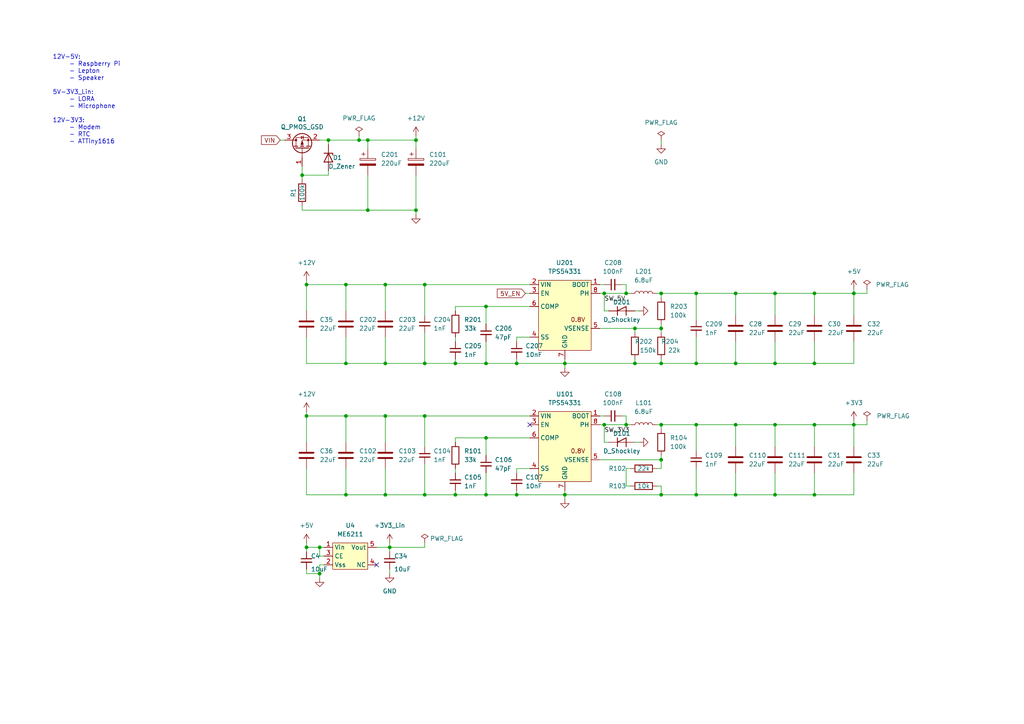
<source format=kicad_sch>
(kicad_sch (version 20211123) (generator eeschema)
  (paper "A4")
  (lib_symbols
    (symbol "Device:C" (pin_numbers hide) (pin_names (offset 0.254))
      (property "Reference" "C" (at 0.635 2.54 0))
      (property "Value" "C" (at 0.635 -2.54 0))
      (symbol "C_0_1"
        (polyline (pts (xy -2.032 -0.762) (xy 2.032 -0.762)) (stroke (width 0.508)))
        (polyline (pts (xy -2.032 0.762) (xy 2.032 0.762)) (stroke (width 0.508)))
      )
      (symbol "C_1_1"
        (pin passive line (at 0 3.81 270) (length 2.794) (name "~") (number "1"))
        (pin passive line (at 0 -3.81 90) (length 2.794) (name "~") (number "2"))
      )
    )
    (symbol "Device:C_Polarized" (pin_numbers hide) (pin_names (offset 0.254))
      (property "Reference" "C" (at 0.635 2.54 0))
      (property "Value" "C_Polarized" (at 0.635 -2.54 0))
      (symbol "C_Polarized_0_1"
        (rectangle (start -2.286 0.508) (end 2.286 1.016))
        (polyline (pts (xy -1.778 2.286) (xy -0.762 2.286)))
        (polyline (pts (xy -1.27 2.794) (xy -1.27 1.778)))
        (rectangle (start 2.286 -0.508) (end -2.286 -1.016) (fill (type outline)))
      )
      (symbol "C_Polarized_1_1"
        (pin passive line (at 0 3.81 270) (length 2.794) (name "~") (number "1"))
        (pin passive line (at 0 -3.81 90) (length 2.794) (name "~") (number "2"))
      )
    )
    (symbol "Device:C_Small" (pin_numbers hide) (pin_names (offset 0.254) hide)
      (property "Reference" "C" (at 0.254 1.778 0))
      (property "Value" "C_Small" (at 0.254 -2.032 0))
      (symbol "C_Small_0_1"
        (polyline (pts (xy -1.524 -0.508) (xy 1.524 -0.508)) (stroke (width 0.3302)))
        (polyline (pts (xy -1.524 0.508) (xy 1.524 0.508)) (stroke (width 0.3048)))
      )
      (symbol "C_Small_1_1"
        (pin passive line (at 0 2.54 270) (length 2.032) (name "~") (number "1"))
        (pin passive line (at 0 -2.54 90) (length 2.032) (name "~") (number "2"))
      )
    )
    (symbol "Device:D_Shockley" (pin_numbers hide) (pin_names (offset 1.016) hide)
      (property "Reference" "D" (at 0 2.54 0))
      (property "Value" "D_Shockley" (at 0 -2.54 0))
      (symbol "D_Shockley_0_1"
        (polyline (pts (xy -1.27 0) (xy 1.27 0)))
        (polyline (pts (xy -1.27 1.27) (xy -1.27 -1.27)) (stroke (width 0.254)))
        (polyline (pts (xy -1.27 0) (xy 1.27 1.27) (xy 1.27 -1.27)) (stroke (width 0.254)))
      )
      (symbol "D_Shockley_1_1"
        (pin passive line (at -3.81 0 0) (length 2.54) (name "K") (number "1"))
        (pin passive line (at 3.81 0 180) (length 2.54) (name "A") (number "2"))
      )
    )
    (symbol "Device:D_Zener" (pin_numbers hide) (pin_names (offset 1.016) hide)
      (property "Reference" "D" (at 0 2.54 0))
      (property "Value" "D_Zener" (at 0 -2.54 0))
      (symbol "D_Zener_0_1"
        (polyline (pts (xy 1.27 0) (xy -1.27 0)))
        (polyline (pts (xy -1.27 -1.27) (xy -1.27 1.27) (xy -0.762 1.27)) (stroke (width 0.254)))
        (polyline (pts (xy 1.27 -1.27) (xy 1.27 1.27) (xy -1.27 0) (xy 1.27 -1.27)) (stroke (width 0.254)))
      )
      (symbol "D_Zener_1_1"
        (pin passive line (at -3.81 0 0) (length 2.54) (name "K") (number "1"))
        (pin passive line (at 3.81 0 180) (length 2.54) (name "A") (number "2"))
      )
    )
    (symbol "Device:L" (pin_numbers hide) (pin_names (offset 1.016) hide)
      (property "Reference" "L" (at -1.27 0 90))
      (property "Value" "L" (at 1.905 0 90))
      (symbol "L_0_1"
        (arc (start 0 -2.54) (mid 0.635 -1.905) (end 0 -1.27))
        (arc (start 0 -1.27) (mid 0.635 -0.635) (end 0 0))
        (arc (start 0 0) (mid 0.635 0.635) (end 0 1.27))
        (arc (start 0 1.27) (mid 0.635 1.905) (end 0 2.54))
      )
      (symbol "L_1_1"
        (pin passive line (at 0 3.81 270) (length 1.27) (name "1") (number "1"))
        (pin passive line (at 0 -3.81 90) (length 1.27) (name "2") (number "2"))
      )
    )
    (symbol "Device:Q_PMOS_GSD" (pin_names (offset 0) hide)
      (property "Reference" "Q" (at 5.08 1.27 0))
      (property "Value" "Q_PMOS_GSD" (at 5.08 -1.27 0))
      (symbol "Q_PMOS_GSD_0_1"
        (polyline (pts (xy 0.254 0) (xy -2.54 0)))
        (polyline (pts (xy 0.254 1.905) (xy 0.254 -1.905)) (stroke (width 0.254)))
        (polyline (pts (xy 0.762 -1.27) (xy 0.762 -2.286)) (stroke (width 0.254)))
        (polyline (pts (xy 0.762 0.508) (xy 0.762 -0.508)) (stroke (width 0.254)))
        (polyline (pts (xy 0.762 2.286) (xy 0.762 1.27)) (stroke (width 0.254)))
        (polyline (pts (xy 2.54 2.54) (xy 2.54 1.778)))
        (polyline (pts (xy 2.54 -2.54) (xy 2.54 0) (xy 0.762 0)))
        (polyline (pts (xy 0.762 1.778) (xy 3.302 1.778) (xy 3.302 -1.778) (xy 0.762 -1.778)))
        (polyline (pts (xy 2.286 0) (xy 1.27 0.381) (xy 1.27 -0.381) (xy 2.286 0)) (fill (type outline)))
        (polyline (pts (xy 2.794 -0.508) (xy 2.921 -0.381) (xy 3.683 -0.381) (xy 3.81 -0.254)))
        (polyline (pts (xy 3.302 -0.381) (xy 2.921 0.254) (xy 3.683 0.254) (xy 3.302 -0.381)))
        (circle (center 1.651 0) (radius 2.794) (stroke (width 0.254)))
        (circle (center 2.54 -1.778) (radius 0.254) (fill (type outline)))
        (circle (center 2.54 1.778) (radius 0.254) (fill (type outline)))
      )
      (symbol "Q_PMOS_GSD_1_1"
        (pin input line (at -5.08 0 0) (length 2.54) (name "G") (number "1"))
        (pin passive line (at 2.54 -5.08 90) (length 2.54) (name "S") (number "2"))
        (pin passive line (at 2.54 5.08 270) (length 2.54) (name "D") (number "3"))
      )
    )
    (symbol "Device:R" (pin_numbers hide) (pin_names (offset 0))
      (property "Reference" "R" (at 2.032 0 90))
      (property "Value" "R" (at 0 0 90))
      (symbol "R_0_1"
        (rectangle (start -1.016 -2.54) (end 1.016 2.54) (stroke (width 0.254)))
      )
      (symbol "R_1_1"
        (pin passive line (at 0 3.81 270) (length 1.27) (name "~") (number "1"))
        (pin passive line (at 0 -3.81 90) (length 1.27) (name "~") (number "2"))
      )
    )
    (symbol "TPS54331_1"
      (property "Reference" "U" (at 0 0 0))
      (property "Value" "TPS54331_1" (at 0 2.54 0))
      (symbol "TPS54331_1_0_0"
        (text "0.8V" (at 5.08 -15.24 0) (effects (font (size 1.27 1.27))))
      )
      (symbol "TPS54331_1_0_1"
        (rectangle (start -6.35 -3.81) (end 8.89 -24.13) (fill (type background)))
      )
      (symbol "TPS54331_1_1_1"
        (pin input line (at 11.43 -5.08 180) (length 2.54) (name "BOOT") (number "1"))
        (pin input line (at -8.89 -5.08 0) (length 2.54) (name "VIN") (number "2"))
        (pin input line (at -8.89 -7.62 0) (length 2.54) (name "EN") (number "3"))
        (pin input line (at -8.89 -20.32 0) (length 2.54) (name "SS") (number "4"))
        (pin input line (at 11.43 -17.78 180) (length 2.54) (name "VSENSE") (number "5"))
        (pin input line (at -8.89 -11.43 0) (length 2.54) (name "COMP") (number "6"))
        (pin input line (at 1.27 -26.67 90) (length 2.54) (name "GND") (number "7"))
        (pin input line (at 11.43 -7.62 180) (length 2.54) (name "PH") (number "8"))
      )
    )
    (symbol "cacophony-symbols:+3V3_Lin" (power) (pin_names (offset 0))
      (property "Value" "+3V3_Lin" (at 0 3.556 0))
      (symbol "+3V3_Lin_0_1"
        (polyline (pts (xy -0.762 1.27) (xy 0 2.54)))
        (polyline (pts (xy 0 0) (xy 0 2.54)))
        (polyline (pts (xy 0 2.54) (xy 0.762 1.27)))
      )
      (symbol "+3V3_Lin_1_1"
        (pin power_in line (at 0 0 90) (length 0) hide (name "+3V3_Lin") (number "1"))
      )
    )
    (symbol "cacophony-symbols:ME6211"
      (property "Reference" "U" (at 0 2.54 0))
      (property "Value" "ME6211" (at 0 0 0))
      (symbol "ME6211_0_1"
        (rectangle (start -5.08 -1.27) (end 5.08 -8.89) (fill (type background)))
      )
      (symbol "ME6211_1_1"
        (pin input line (at -7.62 -2.54 0) (length 2.54) (name "Vin") (number "1"))
        (pin input line (at -7.62 -7.62 0) (length 2.54) (name "Vss") (number "2"))
        (pin input line (at -7.62 -5.08 0) (length 2.54) (name "CE") (number "3"))
        (pin input line (at 7.62 -7.62 180) (length 2.54) (name "NC") (number "4"))
        (pin input line (at 7.62 -2.54 180) (length 2.54) (name "Vout") (number "5"))
      )
    )
    (symbol "cacophony-symbols:TPS54331"
      (property "Reference" "U" (at 0 0 0))
      (property "Value" "TPS54331" (at 0 2.54 0))
      (symbol "TPS54331_0_0"
        (text "0.8V" (at 5.08 -15.24 0) (effects (font (size 1.27 1.27))))
      )
      (symbol "TPS54331_0_1"
        (rectangle (start -6.35 -3.81) (end 8.89 -24.13) (fill (type background)))
      )
      (symbol "TPS54331_1_1"
        (pin input line (at 11.43 -5.08 180) (length 2.54) (name "BOOT") (number "1"))
        (pin input line (at -8.89 -5.08 0) (length 2.54) (name "VIN") (number "2"))
        (pin input line (at -8.89 -7.62 0) (length 2.54) (name "EN") (number "3"))
        (pin input line (at -8.89 -20.32 0) (length 2.54) (name "SS") (number "4"))
        (pin input line (at 11.43 -17.78 180) (length 2.54) (name "VSENSE") (number "5"))
        (pin input line (at -8.89 -11.43 0) (length 2.54) (name "COMP") (number "6"))
        (pin input line (at 1.27 -26.67 90) (length 2.54) (name "GND") (number "7"))
        (pin input line (at 11.43 -7.62 180) (length 2.54) (name "PH") (number "8"))
      )
    )
    (symbol "power:+12V" (power) (pin_names (offset 0))
      (property "Value" "+12V" (at 0 3.556 0))
      (symbol "+12V_0_1"
        (polyline (pts (xy -0.762 1.27) (xy 0 2.54)))
        (polyline (pts (xy 0 0) (xy 0 2.54)))
        (polyline (pts (xy 0 2.54) (xy 0.762 1.27)))
      )
      (symbol "+12V_1_1"
        (pin power_in line (at 0 0 90) (length 0) hide (name "+12V") (number "1"))
      )
    )
    (symbol "power:+3V3" (power) (pin_names (offset 0))
      (property "Value" "+3V3" (at 0 3.556 0))
      (symbol "+3V3_0_1"
        (polyline (pts (xy -0.762 1.27) (xy 0 2.54)))
        (polyline (pts (xy 0 0) (xy 0 2.54)))
        (polyline (pts (xy 0 2.54) (xy 0.762 1.27)))
      )
      (symbol "+3V3_1_1"
        (pin power_in line (at 0 0 90) (length 0) hide (name "+3V3") (number "1"))
      )
    )
    (symbol "power:+5V" (power) (pin_names (offset 0))
      (property "Value" "+5V" (at 0 3.556 0))
      (symbol "+5V_0_1"
        (polyline (pts (xy -0.762 1.27) (xy 0 2.54)))
        (polyline (pts (xy 0 0) (xy 0 2.54)))
        (polyline (pts (xy 0 2.54) (xy 0.762 1.27)))
      )
      (symbol "+5V_1_1"
        (pin power_in line (at 0 0 90) (length 0) hide (name "+5V") (number "1"))
      )
    )
    (symbol "power:GND" (power) (pin_names (offset 0))
      (property "Value" "GND" (at 0 -3.81 0))
      (symbol "GND_0_1"
        (polyline (pts (xy 0 0) (xy 0 -1.27) (xy 1.27 -1.27) (xy 0 -2.54) (xy -1.27 -1.27) (xy 0 -1.27)))
      )
      (symbol "GND_1_1"
        (pin power_in line (at 0 0 270) (length 0) hide (name "GND") (number "1"))
      )
    )
    (symbol "power:PWR_FLAG" (power) (pin_numbers hide) (pin_names (offset 0) hide)
      (property "Value" "PWR_FLAG" (at 0 3.81 0))
      (symbol "PWR_FLAG_0_0"
        (pin power_out line (at 0 0 90) (length 0) (name "pwr") (number "1"))
      )
      (symbol "PWR_FLAG_0_1"
        (polyline (pts (xy 0 0) (xy 0 1.27) (xy -1.016 1.905) (xy 0 2.54) (xy 1.016 1.905) (xy 0 1.27)))
      )
    )
  )
  (junction (at 163.83 105.41))
  (junction (at 247.65 123.19))
  (junction (at 123.19 120.65))
  (junction (at 120.65 60.96))
  (junction (at 224.79 143.51))
  (junction (at 123.19 82.55))
  (junction (at 181.61 123.19))
  (junction (at 111.76 82.55))
  (junction (at 92.71 166.37))
  (junction (at 111.76 143.51))
  (junction (at 88.9 82.55))
  (junction (at 106.68 40.64))
  (junction (at 100.33 105.41))
  (junction (at 104.14 40.64))
  (junction (at 123.19 105.41))
  (junction (at 213.36 105.41))
  (junction (at 201.93 143.51))
  (junction (at 87.63 50.8))
  (junction (at 191.77 123.19))
  (junction (at 140.97 143.51))
  (junction (at 106.68 60.96))
  (junction (at 149.86 105.41))
  (junction (at 184.15 105.41))
  (junction (at 175.26 123.19))
  (junction (at 175.26 85.09))
  (junction (at 88.9 120.65))
  (junction (at 191.77 95.25))
  (junction (at 191.77 143.51))
  (junction (at 236.22 85.09))
  (junction (at 100.33 82.55))
  (junction (at 201.93 105.41))
  (junction (at 149.86 143.51))
  (junction (at 111.76 105.41))
  (junction (at 201.93 85.09))
  (junction (at 191.77 105.41))
  (junction (at 92.71 158.75))
  (junction (at 140.97 127))
  (junction (at 236.22 123.19))
  (junction (at 95.25 40.64))
  (junction (at 132.08 105.41))
  (junction (at 163.83 143.51))
  (junction (at 224.79 105.41))
  (junction (at 201.93 123.19))
  (junction (at 247.65 85.09))
  (junction (at 132.08 143.51))
  (junction (at 140.97 105.41))
  (junction (at 88.9 158.75))
  (junction (at 213.36 143.51))
  (junction (at 181.61 85.09))
  (junction (at 213.36 85.09))
  (junction (at 100.33 120.65))
  (junction (at 123.19 143.51))
  (junction (at 184.15 95.25))
  (junction (at 236.22 105.41))
  (junction (at 191.77 133.35))
  (junction (at 213.36 123.19))
  (junction (at 191.77 85.09))
  (junction (at 236.22 143.51))
  (junction (at 224.79 85.09))
  (junction (at 140.97 88.9))
  (junction (at 120.65 40.64))
  (junction (at 113.03 158.75))
  (junction (at 100.33 143.51))
  (junction (at 224.79 123.19))
  (junction (at 111.76 120.65))
  (no_connect (at 109.22 163.83))
  (no_connect (at 153.67 123.19))
  (wire (pts (xy 191.77 140.97) (xy 191.77 143.51)))
  (wire (pts (xy 201.93 97.79) (xy 201.93 105.41)))
  (wire (pts (xy 191.77 85.09) (xy 201.93 85.09)))
  (wire (pts (xy 213.36 143.51) (xy 213.36 137.16)))
  (wire (pts (xy 236.22 123.19) (xy 236.22 129.54)))
  (wire (pts (xy 120.65 60.96) (xy 120.65 50.8)))
  (wire (pts (xy 100.33 82.55) (xy 88.9 82.55)))
  (wire (pts (xy 100.33 97.79) (xy 100.33 105.41)))
  (wire (pts (xy 132.08 97.79) (xy 132.08 99.06)))
  (wire (pts (xy 176.53 128.27) (xy 175.26 128.27)))
  (wire (pts (xy 113.03 160.02) (xy 113.03 158.75)))
  (wire (pts (xy 184.15 104.14) (xy 184.15 105.41)))
  (wire (pts (xy 224.79 85.09) (xy 236.22 85.09)))
  (wire (pts (xy 191.77 85.09) (xy 190.5 85.09)))
  (wire (pts (xy 88.9 120.65) (xy 88.9 128.27)))
  (wire (pts (xy 88.9 135.89) (xy 88.9 143.51)))
  (wire (pts (xy 88.9 158.75) (xy 88.9 160.02)))
  (wire (pts (xy 95.25 49.53) (xy 95.25 50.8)))
  (wire (pts (xy 181.61 85.09) (xy 182.88 85.09)))
  (wire (pts (xy 149.86 105.41) (xy 149.86 104.14)))
  (wire (pts (xy 111.76 143.51) (xy 123.19 143.51)))
  (wire (pts (xy 106.68 50.8) (xy 106.68 60.96)))
  (wire (pts (xy 236.22 105.41) (xy 247.65 105.41)))
  (wire (pts (xy 123.19 105.41) (xy 132.08 105.41)))
  (wire (pts (xy 123.19 120.65) (xy 123.19 129.54)))
  (wire (pts (xy 92.71 163.83) (xy 92.71 166.37)))
  (wire (pts (xy 111.76 135.89) (xy 111.76 143.51)))
  (wire (pts (xy 201.93 85.09) (xy 213.36 85.09)))
  (wire (pts (xy 92.71 166.37) (xy 92.71 167.64)))
  (wire (pts (xy 213.36 143.51) (xy 224.79 143.51)))
  (wire (pts (xy 123.19 82.55) (xy 123.19 91.44)))
  (wire (pts (xy 201.93 105.41) (xy 213.36 105.41)))
  (wire (pts (xy 247.65 123.19) (xy 251.46 123.19)))
  (wire (pts (xy 149.86 105.41) (xy 140.97 105.41)))
  (wire (pts (xy 100.33 120.65) (xy 100.33 128.27)))
  (wire (pts (xy 100.33 143.51) (xy 111.76 143.51)))
  (wire (pts (xy 140.97 127) (xy 153.67 127)))
  (wire (pts (xy 149.86 143.51) (xy 149.86 142.24)))
  (wire (pts (xy 184.15 128.27) (xy 185.42 128.27)))
  (wire (pts (xy 191.77 40.64) (xy 191.77 41.91)))
  (wire (pts (xy 132.08 90.17) (xy 132.08 88.9)))
  (wire (pts (xy 181.61 85.09) (xy 181.61 82.55)))
  (wire (pts (xy 213.36 85.09) (xy 224.79 85.09)))
  (wire (pts (xy 181.61 123.19) (xy 182.88 123.19)))
  (wire (pts (xy 191.77 86.36) (xy 191.77 85.09)))
  (wire (pts (xy 87.63 50.8) (xy 87.63 52.07)))
  (wire (pts (xy 201.93 143.51) (xy 213.36 143.51)))
  (wire (pts (xy 109.22 158.75) (xy 113.03 158.75)))
  (wire (pts (xy 213.36 123.19) (xy 213.36 129.54)))
  (wire (pts (xy 213.36 85.09) (xy 213.36 91.44)))
  (wire (pts (xy 181.61 123.19) (xy 181.61 120.65)))
  (wire (pts (xy 184.15 95.25) (xy 191.77 95.25)))
  (wire (pts (xy 120.65 39.37) (xy 120.65 40.64)))
  (wire (pts (xy 95.25 40.64) (xy 95.25 41.91)))
  (wire (pts (xy 87.63 59.69) (xy 87.63 60.96)))
  (wire (pts (xy 163.83 142.24) (xy 163.83 143.51)))
  (wire (pts (xy 140.97 88.9) (xy 153.67 88.9)))
  (wire (pts (xy 132.08 127) (xy 140.97 127)))
  (wire (pts (xy 175.26 85.09) (xy 181.61 85.09)))
  (wire (pts (xy 104.14 40.64) (xy 104.14 39.37)))
  (wire (pts (xy 163.83 105.41) (xy 184.15 105.41)))
  (wire (pts (xy 213.36 105.41) (xy 213.36 99.06)))
  (wire (pts (xy 140.97 88.9) (xy 140.97 93.98)))
  (wire (pts (xy 120.65 40.64) (xy 120.65 43.18)))
  (wire (pts (xy 175.26 128.27) (xy 175.26 123.19)))
  (wire (pts (xy 111.76 82.55) (xy 123.19 82.55)))
  (wire (pts (xy 111.76 97.79) (xy 111.76 105.41)))
  (wire (pts (xy 113.03 158.75) (xy 123.19 158.75)))
  (wire (pts (xy 191.77 124.46) (xy 191.77 123.19)))
  (wire (pts (xy 81.28 40.64) (xy 82.55 40.64)))
  (wire (pts (xy 175.26 123.19) (xy 181.61 123.19)))
  (wire (pts (xy 236.22 99.06) (xy 236.22 105.41)))
  (wire (pts (xy 87.63 50.8) (xy 87.63 48.26)))
  (wire (pts (xy 88.9 166.37) (xy 88.9 165.1)))
  (wire (pts (xy 140.97 143.51) (xy 132.08 143.51)))
  (wire (pts (xy 163.83 105.41) (xy 163.83 106.68)))
  (wire (pts (xy 251.46 121.92) (xy 251.46 123.19)))
  (wire (pts (xy 104.14 40.64) (xy 106.68 40.64)))
  (wire (pts (xy 247.65 123.19) (xy 247.65 129.54)))
  (wire (pts (xy 88.9 97.79) (xy 88.9 105.41)))
  (wire (pts (xy 173.99 85.09) (xy 175.26 85.09)))
  (wire (pts (xy 236.22 143.51) (xy 247.65 143.51)))
  (wire (pts (xy 247.65 143.51) (xy 247.65 137.16)))
  (wire (pts (xy 100.33 82.55) (xy 100.33 90.17)))
  (wire (pts (xy 191.77 133.35) (xy 191.77 135.89)))
  (wire (pts (xy 191.77 123.19) (xy 201.93 123.19)))
  (wire (pts (xy 111.76 120.65) (xy 100.33 120.65)))
  (wire (pts (xy 123.19 120.65) (xy 153.67 120.65)))
  (wire (pts (xy 176.53 90.17) (xy 175.26 90.17)))
  (wire (pts (xy 173.99 133.35) (xy 191.77 133.35)))
  (wire (pts (xy 132.08 143.51) (xy 132.08 142.24)))
  (wire (pts (xy 140.97 99.06) (xy 140.97 105.41)))
  (wire (pts (xy 224.79 143.51) (xy 236.22 143.51)))
  (wire (pts (xy 123.19 96.52) (xy 123.19 105.41)))
  (wire (pts (xy 163.83 143.51) (xy 149.86 143.51)))
  (wire (pts (xy 153.67 82.55) (xy 123.19 82.55)))
  (wire (pts (xy 163.83 105.41) (xy 149.86 105.41)))
  (wire (pts (xy 247.65 85.09) (xy 247.65 91.44)))
  (wire (pts (xy 123.19 158.75) (xy 123.19 157.48)))
  (wire (pts (xy 92.71 158.75) (xy 88.9 158.75)))
  (wire (pts (xy 201.93 123.19) (xy 213.36 123.19)))
  (wire (pts (xy 191.77 133.35) (xy 191.77 132.08)))
  (wire (pts (xy 113.03 165.1) (xy 113.03 166.37)))
  (wire (pts (xy 182.88 140.97) (xy 181.61 140.97)))
  (wire (pts (xy 191.77 143.51) (xy 201.93 143.51)))
  (wire (pts (xy 236.22 85.09) (xy 247.65 85.09)))
  (wire (pts (xy 191.77 95.25) (xy 191.77 96.52)))
  (wire (pts (xy 190.5 140.97) (xy 191.77 140.97)))
  (wire (pts (xy 106.68 40.64) (xy 106.68 43.18)))
  (wire (pts (xy 149.86 99.06) (xy 149.86 97.79)))
  (wire (pts (xy 140.97 127) (xy 140.97 132.08)))
  (wire (pts (xy 88.9 81.28) (xy 88.9 82.55)))
  (wire (pts (xy 184.15 95.25) (xy 184.15 96.52)))
  (wire (pts (xy 100.33 82.55) (xy 111.76 82.55)))
  (wire (pts (xy 106.68 40.64) (xy 120.65 40.64)))
  (wire (pts (xy 173.99 95.25) (xy 184.15 95.25)))
  (wire (pts (xy 92.71 40.64) (xy 95.25 40.64)))
  (wire (pts (xy 201.93 85.09) (xy 201.93 92.71)))
  (wire (pts (xy 191.77 95.25) (xy 191.77 93.98)))
  (wire (pts (xy 163.83 143.51) (xy 191.77 143.51)))
  (wire (pts (xy 191.77 105.41) (xy 201.93 105.41)))
  (wire (pts (xy 95.25 40.64) (xy 104.14 40.64)))
  (wire (pts (xy 236.22 85.09) (xy 236.22 91.44)))
  (wire (pts (xy 140.97 137.16) (xy 140.97 143.51)))
  (wire (pts (xy 93.98 158.75) (xy 92.71 158.75)))
  (wire (pts (xy 181.61 135.89) (xy 182.88 135.89)))
  (wire (pts (xy 88.9 105.41) (xy 100.33 105.41)))
  (wire (pts (xy 184.15 105.41) (xy 191.77 105.41)))
  (wire (pts (xy 224.79 123.19) (xy 224.79 129.54)))
  (wire (pts (xy 236.22 137.16) (xy 236.22 143.51)))
  (wire (pts (xy 88.9 158.75) (xy 88.9 157.48)))
  (wire (pts (xy 88.9 82.55) (xy 88.9 90.17)))
  (wire (pts (xy 173.99 82.55) (xy 175.26 82.55)))
  (wire (pts (xy 191.77 104.14) (xy 191.77 105.41)))
  (wire (pts (xy 247.65 121.92) (xy 247.65 123.19)))
  (wire (pts (xy 181.61 120.65) (xy 180.34 120.65)))
  (wire (pts (xy 247.65 83.82) (xy 247.65 85.09)))
  (wire (pts (xy 163.83 104.14) (xy 163.83 105.41)))
  (wire (pts (xy 132.08 88.9) (xy 140.97 88.9)))
  (wire (pts (xy 92.71 166.37) (xy 88.9 166.37)))
  (wire (pts (xy 181.61 82.55) (xy 180.34 82.55)))
  (wire (pts (xy 88.9 143.51) (xy 100.33 143.51)))
  (wire (pts (xy 247.65 105.41) (xy 247.65 99.06)))
  (wire (pts (xy 88.9 119.38) (xy 88.9 120.65)))
  (wire (pts (xy 224.79 85.09) (xy 224.79 91.44)))
  (wire (pts (xy 111.76 120.65) (xy 111.76 128.27)))
  (wire (pts (xy 173.99 120.65) (xy 175.26 120.65)))
  (wire (pts (xy 201.93 123.19) (xy 201.93 130.81)))
  (wire (pts (xy 132.08 105.41) (xy 132.08 104.14)))
  (wire (pts (xy 181.61 140.97) (xy 181.61 135.89)))
  (wire (pts (xy 149.86 97.79) (xy 153.67 97.79)))
  (wire (pts (xy 149.86 137.16) (xy 149.86 135.89)))
  (wire (pts (xy 175.26 90.17) (xy 175.26 85.09)))
  (wire (pts (xy 190.5 135.89) (xy 191.77 135.89)))
  (wire (pts (xy 100.33 135.89) (xy 100.33 143.51)))
  (wire (pts (xy 247.65 85.09) (xy 251.46 85.09)))
  (wire (pts (xy 92.71 158.75) (xy 92.71 161.29)))
  (wire (pts (xy 93.98 161.29) (xy 92.71 161.29)))
  (wire (pts (xy 120.65 60.96) (xy 120.65 62.23)))
  (wire (pts (xy 191.77 123.19) (xy 190.5 123.19)))
  (wire (pts (xy 88.9 120.65) (xy 100.33 120.65)))
  (wire (pts (xy 224.79 143.51) (xy 224.79 137.16)))
  (wire (pts (xy 163.83 143.51) (xy 163.83 144.78)))
  (wire (pts (xy 213.36 123.19) (xy 224.79 123.19)))
  (wire (pts (xy 123.19 134.62) (xy 123.19 143.51)))
  (wire (pts (xy 149.86 135.89) (xy 153.67 135.89)))
  (wire (pts (xy 92.71 163.83) (xy 93.98 163.83)))
  (wire (pts (xy 201.93 135.89) (xy 201.93 143.51)))
  (wire (pts (xy 132.08 135.89) (xy 132.08 137.16)))
  (wire (pts (xy 153.67 85.09) (xy 152.4 85.09)))
  (wire (pts (xy 132.08 128.27) (xy 132.08 127)))
  (wire (pts (xy 111.76 82.55) (xy 111.76 90.17)))
  (wire (pts (xy 251.46 85.09) (xy 251.46 83.82)))
  (wire (pts (xy 106.68 60.96) (xy 120.65 60.96)))
  (wire (pts (xy 213.36 105.41) (xy 224.79 105.41)))
  (wire (pts (xy 224.79 105.41) (xy 224.79 99.06)))
  (wire (pts (xy 224.79 105.41) (xy 236.22 105.41)))
  (wire (pts (xy 100.33 105.41) (xy 111.76 105.41)))
  (wire (pts (xy 106.68 60.96) (xy 87.63 60.96)))
  (wire (pts (xy 149.86 143.51) (xy 140.97 143.51)))
  (wire (pts (xy 111.76 105.41) (xy 123.19 105.41)))
  (wire (pts (xy 123.19 143.51) (xy 132.08 143.51)))
  (wire (pts (xy 236.22 123.19) (xy 247.65 123.19)))
  (wire (pts (xy 173.99 123.19) (xy 175.26 123.19)))
  (wire (pts (xy 184.15 90.17) (xy 185.42 90.17)))
  (wire (pts (xy 113.03 157.48) (xy 113.03 158.75)))
  (wire (pts (xy 224.79 123.19) (xy 236.22 123.19)))
  (wire (pts (xy 140.97 105.41) (xy 132.08 105.41)))
  (wire (pts (xy 87.63 50.8) (xy 95.25 50.8)))
  (wire (pts (xy 123.19 120.65) (xy 111.76 120.65)))
  (text "12V-5V:\n	- Raspberry Pi\n	- Lepton\n	- Speaker\n\n5V-3V3_Lin:\n	- LORA\n	- Microphone\n\n12V-3V3:\n	- Modem\n	- RTC\n	- ATTiny1616\n" (at 15.24 41.91 0) (effects (font (size 1.27 1.27)) (justify left bottom)))
  (label "SW_3V3" (at 175.26 125.73 0))
  (label "SW_5V" (at 175.26 87.63 0))
  (global_label "5V_EN" (shape input) (at 152.4 85.09 180) (property "Intersheet References" "${INTERSHEET_REFS}" (effects hide)))
  (global_label "VIN" (shape input) (at 81.28 40.64 180) (property "Intersheet References" "${INTERSHEET_REFS}" (effects hide)))
  (symbol (lib_id "cacophony-symbols:TPS54331") (at 162.56 115.57 0) (unit 1)
    (property "Reference" "U101" (at 163.83 114.3 0))
    (property "Value" "TPS54331" (at 163.83 116.84 0))
    (property "Footprint" "Package_SO:SO-8_3.9x4.9mm_P1.27mm" (effects hide))
    (property "Datasheet" "https://www.ti.com/lit/ds/symlink/tps54331.pdf?ts=1645414638128&ref_url=https%253A%252F%252Fwww.ti.com%252Fproduct%252FTPS54331%253Futm_source%253Dsupplyframe%2526utm_medium%253DSEP%2526utm_campaign%253Dnot_alldatasheet%2526DCM%253Dyes%2526dclid%253DCK-A3uLgj_YCFfKeSwUdmicKLQ" (effects hide))
    (property "LCSC" "C9865" (effects hide))
  )
  (symbol (lib_id "power:PWR_FLAG") (at 104.14 39.37 0) (unit 1)
    (property "Reference" "#FLG0101" (effects hide))
    (property "Value" "PWR_FLAG" (at 104.14 34.29 0))
  )
  (symbol (lib_id "Device:C") (at 111.76 132.08 0) (unit 1)
    (property "Reference" "C103" (at 115.57 130.8099 0) (effects (justify left)))
    (property "Value" "22uF" (at 115.57 133.3499 0) (effects (justify left)))
    (property "Footprint" "Capacitor_SMD:C_0805_2012Metric" (effects hide))
    (property "LCSC" "C602037" (effects hide))
  )
  (symbol (lib_id "Device:C_Small") (at 149.86 139.7 0) (unit 1)
    (property "Reference" "C107" (at 152.4 138.4362 0) (effects (justify left)))
    (property "Value" "10nF" (at 152.4 140.9762 0) (effects (justify left)))
    (property "Footprint" "Capacitor_SMD:C_0402_1005Metric" (effects hide))
    (property "LCSC" "C15195" (effects hide))
  )
  (symbol (lib_id "power:GND") (at 92.71 167.64 0) (unit 1)
    (property "Reference" "#PWR0130" (effects hide))
    (property "Value" "GND" (effects hide))
  )
  (symbol (lib_id "Device:R") (at 186.69 140.97 90) (unit 1)
    (property "Reference" "R103" (at 179.07 140.97 90))
    (property "Value" "10k" (at 186.69 140.97 90))
    (property "Footprint" "Resistor_SMD:R_0402_1005Metric" (effects hide))
    (property "LCSC" "C25744" (effects hide))
  )
  (symbol (lib_id "Device:C_Polarized") (at 106.68 46.99 0) (unit 1)
    (property "Reference" "C201" (at 110.49 44.8309 0) (effects (justify left)))
    (property "Value" "220uF" (at 110.49 47.3709 0) (effects (justify left)))
    (property "Footprint" "Capacitor_SMD:CP_Elec_8x10" (effects hide))
    (property "LCSC" "C2895286" (effects hide))
  )
  (symbol (lib_id "Device:C") (at 88.9 93.98 0) (unit 1)
    (property "Reference" "C35" (at 92.71 92.7099 0) (effects (justify left)))
    (property "Value" "22uF" (at 92.71 95.2499 0) (effects (justify left)))
    (property "Footprint" "Capacitor_SMD:C_0805_2012Metric" (effects hide))
    (property "LCSC" "C602037" (effects hide))
  )
  (symbol (lib_id "Device:C_Small") (at 201.93 133.35 0) (unit 1)
    (property "Reference" "C109" (at 204.47 132.0862 0) (effects (justify left)))
    (property "Value" "1nF" (at 204.47 134.6262 0) (effects (justify left)))
    (property "Footprint" "Capacitor_SMD:C_0402_1005Metric" (effects hide))
    (property "LCSC" "C1523" (effects hide))
  )
  (symbol (lib_id "power:PWR_FLAG") (at 123.19 157.48 0) (unit 1)
    (property "Reference" "#FLG0106" (effects hide))
    (property "Value" "PWR_FLAG" (at 129.54 156.21 0))
  )
  (symbol (lib_id "Device:L") (at 186.69 85.09 90) (unit 1)
    (property "Reference" "L201" (at 186.69 78.74 90))
    (property "Value" "6.8uF" (at 186.69 81.28 90))
    (property "Footprint" "cacophony-footprints:IND-SMD_L8.0-W8.0_1217AS" (effects hide))
    (property "LCSC" "C83465" (effects hide))
  )
  (symbol (lib_id "Device:C_Small") (at 149.86 101.6 0) (unit 1)
    (property "Reference" "C207" (at 152.4 100.3362 0) (effects (justify left)))
    (property "Value" "10nF" (at 152.4 102.8762 0) (effects (justify left)))
    (property "Footprint" "Capacitor_SMD:C_0402_1005Metric" (effects hide))
    (property "LCSC" "C15195" (effects hide))
  )
  (symbol (lib_id "Device:R") (at 191.77 90.17 0) (unit 1)
    (property "Reference" "R203" (at 194.31 88.8999 0) (effects (justify left)))
    (property "Value" "100k" (at 194.31 91.4399 0) (effects (justify left)))
    (property "Footprint" "Resistor_SMD:R_0402_1005Metric" (effects hide))
    (property "LCSC" "C25741" (effects hide))
  )
  (symbol (lib_id "power:+12V") (at 120.65 39.37 0) (unit 1)
    (property "Reference" "#PWR0112" (effects hide))
    (property "Value" "+12V" (at 120.65 34.29 0))
  )
  (symbol (lib_id "power:+3V3") (at 247.65 121.92 0) (unit 1)
    (property "Reference" "#PWR0131" (effects hide))
    (property "Value" "+3V3" (at 247.65 116.84 0))
  )
  (symbol (lib_id "power:GND") (at 185.42 90.17 90) (unit 1)
    (property "Reference" "#PWR0203" (effects hide))
    (property "Value" "GND" (effects hide))
  )
  (symbol (lib_id "Device:C_Small") (at 201.93 95.25 0) (unit 1)
    (property "Reference" "C209" (at 204.47 93.9862 0) (effects (justify left)))
    (property "Value" "1nF" (at 204.47 96.5262 0) (effects (justify left)))
    (property "Footprint" "Capacitor_SMD:C_0402_1005Metric" (effects hide))
    (property "LCSC" "C1523" (effects hide))
  )
  (symbol (lib_id "power:GND") (at 185.42 128.27 90) (unit 1)
    (property "Reference" "#PWR0121" (effects hide))
    (property "Value" "GND" (effects hide))
  )
  (symbol (lib_id "Device:C_Polarized") (at 120.65 46.99 0) (unit 1)
    (property "Reference" "C101" (at 124.46 44.8309 0) (effects (justify left)))
    (property "Value" "220uF" (at 124.46 47.3709 0) (effects (justify left)))
    (property "Footprint" "Capacitor_SMD:CP_Elec_8x10" (effects hide))
    (property "LCSC" "C2895286" (effects hide))
  )
  (symbol (lib_id "Device:R") (at 87.63 55.88 0) (unit 1)
    (property "Reference" "R1" (at 85.09 55.88 90))
    (property "Value" "100k" (at 87.63 55.88 90))
    (property "Footprint" "Resistor_SMD:R_0402_1005Metric" (effects hide))
    (property "LCSC" "C25741" (effects hide))
  )
  (symbol (lib_id "Device:C_Small") (at 113.03 162.56 0) (unit 1)
    (property "Reference" "C34" (at 114.3 161.29 0) (effects (justify left)))
    (property "Value" "10uF" (at 114.3 165.1 0) (effects (justify left)))
    (property "Footprint" "Capacitor_SMD:C_0603_1608Metric" (effects hide))
    (property "LCSC" "C19702" (effects hide))
  )
  (symbol (lib_id "Device:Q_PMOS_GSD") (at 87.63 43.18 90) (unit 1)
    (property "Reference" "Q1" (at 87.63 34.4932 90))
    (property "Value" "Q_PMOS_GSD" (at 87.63 36.83 90))
    (property "Footprint" "Package_TO_SOT_SMD:SOT-23" (effects hide))
    (property "LCSC" "C15127" (effects hide))
  )
  (symbol (lib_id "cacophony-symbols:ME6211") (at 101.6 156.21 0) (unit 1)
    (property "Reference" "U4" (at 101.6 152.4 0))
    (property "Value" "ME6211" (at 101.6 154.94 0))
    (property "Footprint" "Package_TO_SOT_SMD:SOT-23-5" (effects hide))
    (property "Datasheet" "https://datasheet.lcsc.com/lcsc/1811131510_MICRONE-Nanjing-Micro-One-Elec-ME6211C33M5G-N_C82942.pdf" (effects hide))
    (property "LCSC" "C82942" (effects hide))
  )
  (symbol (lib_id "Device:R") (at 132.08 93.98 0) (unit 1)
    (property "Reference" "R201" (at 134.62 92.7099 0) (effects (justify left)))
    (property "Value" "33k" (at 134.62 95.25 0) (effects (justify left)))
    (property "Footprint" "Resistor_SMD:R_0402_1005Metric" (effects hide))
    (property "LCSC" "C25779" (effects hide))
  )
  (symbol (lib_id "Device:C_Small") (at 140.97 96.52 0) (unit 1)
    (property "Reference" "C206" (at 143.51 95.2562 0) (effects (justify left)))
    (property "Value" "47pF" (at 143.51 97.7962 0) (effects (justify left)))
    (property "Footprint" "Capacitor_SMD:C_0402_1005Metric" (effects hide))
    (property "LCSC" "C1567" (effects hide))
  )
  (symbol (lib_id "Device:C_Small") (at 88.9 162.56 0) (unit 1)
    (property "Reference" "C4" (at 90.17 161.29 0) (effects (justify left)))
    (property "Value" "10uF" (at 90.17 165.1 0) (effects (justify left)))
    (property "Footprint" "Capacitor_SMD:C_0603_1608Metric" (effects hide))
    (property "LCSC" "C19702" (effects hide))
  )
  (symbol (lib_id "power:+5V") (at 88.9 157.48 0) (unit 1)
    (property "Reference" "#PWR0122" (effects hide))
    (property "Value" "+5V" (at 88.9 152.4 0))
  )
  (symbol (lib_id "power:PWR_FLAG") (at 251.46 83.82 0) (unit 1)
    (property "Reference" "#FLG0105" (effects hide))
    (property "Value" "PWR_FLAG" (at 254 82.5499 0) (effects (justify left)))
  )
  (symbol (lib_id "Device:C") (at 247.65 95.25 0) (unit 1)
    (property "Reference" "C32" (at 251.46 93.9799 0) (effects (justify left)))
    (property "Value" "22uF" (at 251.46 96.5199 0) (effects (justify left)))
    (property "Footprint" "Capacitor_SMD:C_0603_1608Metric" (effects hide))
    (property "LCSC" "C86295" (effects hide))
  )
  (symbol (lib_id "Device:C") (at 213.36 133.35 0) (unit 1)
    (property "Reference" "C110" (at 217.17 132.0799 0) (effects (justify left)))
    (property "Value" "22uF" (at 217.17 134.6199 0) (effects (justify left)))
    (property "Footprint" "Capacitor_SMD:C_0603_1608Metric" (effects hide))
    (property "LCSC" "C86295" (effects hide))
  )
  (symbol (lib_id "Device:D_Zener") (at 95.25 45.72 270) (unit 1)
    (property "Reference" "D1" (at 96.52 45.72 90) (effects (justify left)))
    (property "Value" "D_Zener" (at 95.25 48.26 90) (effects (justify left)))
    (property "Footprint" "cacophony-footprints:LL-34_L3.5-W1.5-RD" (effects hide))
    (property "LCSC" "C8062" (effects hide))
  )
  (symbol (lib_id "Device:R") (at 191.77 100.33 180) (unit 1)
    (property "Reference" "R204" (at 194.31 99.06 0))
    (property "Value" "22k" (at 195.58 101.6 0))
    (property "Footprint" "Resistor_SMD:R_0402_1005Metric" (effects hide))
    (property "LCSC" "C25768" (effects hide))
  )
  (symbol (lib_id "Device:C") (at 236.22 133.35 0) (unit 1)
    (property "Reference" "C31" (at 240.03 132.0799 0) (effects (justify left)))
    (property "Value" "22uF" (at 240.03 134.6199 0) (effects (justify left)))
    (property "Footprint" "Capacitor_SMD:C_0603_1608Metric" (effects hide))
    (property "LCSC" "C86295" (effects hide))
  )
  (symbol (lib_id "Device:R") (at 132.08 132.08 0) (unit 1)
    (property "Reference" "R101" (at 134.62 130.8099 0) (effects (justify left)))
    (property "Value" "33k" (at 134.62 133.35 0) (effects (justify left)))
    (property "Footprint" "Resistor_SMD:R_0402_1005Metric" (effects hide))
    (property "LCSC" "C25779" (effects hide))
  )
  (symbol (lib_id "Device:R") (at 184.15 100.33 180) (unit 1)
    (property "Reference" "R202" (at 186.69 99.06 0))
    (property "Value" "150k" (at 187.96 101.6 0))
    (property "Footprint" "Resistor_SMD:R_0402_1005Metric" (effects hide))
    (property "LCSC" "C25755" (effects hide))
  )
  (symbol (lib_id "Device:R") (at 186.69 135.89 90) (unit 1)
    (property "Reference" "R102" (at 179.07 135.89 90))
    (property "Value" "22k" (at 186.69 135.89 90))
    (property "Footprint" "Resistor_SMD:R_0402_1005Metric" (effects hide))
    (property "LCSC" "C25768" (effects hide))
  )
  (symbol (lib_id "Device:R") (at 191.77 128.27 0) (unit 1)
    (property "Reference" "R104" (at 194.31 126.9999 0) (effects (justify left)))
    (property "Value" "100k" (at 194.31 129.5399 0) (effects (justify left)))
    (property "Footprint" "Resistor_SMD:R_0402_1005Metric" (effects hide))
    (property "LCSC" "C25741" (effects hide))
  )
  (symbol (lib_id "Device:C") (at 100.33 132.08 0) (unit 1)
    (property "Reference" "C102" (at 104.14 130.8099 0) (effects (justify left)))
    (property "Value" "22uF" (at 104.14 133.3499 0) (effects (justify left)))
    (property "Footprint" "Capacitor_SMD:C_0805_2012Metric" (effects hide))
    (property "LCSC" "C602037" (effects hide))
  )
  (symbol (lib_id "Device:C") (at 213.36 95.25 0) (unit 1)
    (property "Reference" "C28" (at 217.17 93.9799 0) (effects (justify left)))
    (property "Value" "22uF" (at 217.17 96.5199 0) (effects (justify left)))
    (property "Footprint" "Capacitor_SMD:C_0603_1608Metric" (effects hide))
    (property "LCSC" "C86295" (effects hide))
  )
  (symbol (lib_id "power:+12V") (at 88.9 81.28 0) (unit 1)
    (property "Reference" "#PWR0201" (effects hide))
    (property "Value" "+12V" (at 88.9 76.2 0))
  )
  (symbol (lib_id "Device:C") (at 224.79 95.25 0) (unit 1)
    (property "Reference" "C29" (at 228.6 93.9799 0) (effects (justify left)))
    (property "Value" "22uF" (at 228.6 96.5199 0) (effects (justify left)))
    (property "Footprint" "Capacitor_SMD:C_0603_1608Metric" (effects hide))
    (property "LCSC" "C86295" (effects hide))
  )
  (symbol (lib_id "Device:C_Small") (at 123.19 93.98 0) (unit 1)
    (property "Reference" "C204" (at 125.73 92.7162 0) (effects (justify left)))
    (property "Value" "1nF" (at 125.73 95.2562 0) (effects (justify left)))
    (property "Footprint" "Capacitor_SMD:C_0402_1005Metric" (effects hide))
    (property "LCSC" "C1523" (effects hide))
  )
  (symbol (lib_id "Device:L") (at 186.69 123.19 90) (unit 1)
    (property "Reference" "L101" (at 186.69 116.84 90))
    (property "Value" "6.8uF" (at 186.69 119.38 90))
    (property "Footprint" "cacophony-footprints:IND-SMD_L8.0-W8.0_1217AS" (effects hide))
    (property "LCSC" "C83465" (effects hide))
  )
  (symbol (lib_id "Device:C") (at 88.9 132.08 0) (unit 1)
    (property "Reference" "C36" (at 92.71 130.8099 0) (effects (justify left)))
    (property "Value" "22uF" (at 92.71 133.3499 0) (effects (justify left)))
    (property "Footprint" "Capacitor_SMD:C_0805_2012Metric" (effects hide))
    (property "LCSC" "C602037" (effects hide))
  )
  (symbol (lib_id "Device:C") (at 224.79 133.35 0) (unit 1)
    (property "Reference" "C111" (at 228.6 132.0799 0) (effects (justify left)))
    (property "Value" "22uF" (at 228.6 134.6199 0) (effects (justify left)))
    (property "Footprint" "Capacitor_SMD:C_0603_1608Metric" (effects hide))
    (property "LCSC" "C86295" (effects hide))
  )
  (symbol (lib_id "Device:C_Small") (at 123.19 132.08 0) (unit 1)
    (property "Reference" "C104" (at 125.73 130.8162 0) (effects (justify left)))
    (property "Value" "1nF" (at 125.73 133.3562 0) (effects (justify left)))
    (property "Footprint" "Capacitor_SMD:C_0402_1005Metric" (effects hide))
    (property "LCSC" "C1523" (effects hide))
  )
  (symbol (lib_id "power:+5V") (at 247.65 83.82 0) (unit 1)
    (property "Reference" "#PWR0204" (effects hide))
    (property "Value" "+5V" (at 247.65 78.74 0))
  )
  (symbol (lib_id "Device:C_Small") (at 177.8 82.55 90) (unit 1)
    (property "Reference" "C208" (at 177.8063 76.2 90))
    (property "Value" "100nF" (at 177.8063 78.74 90))
    (property "Footprint" "Capacitor_SMD:C_0402_1005Metric" (effects hide))
    (property "LCSC" "C307331" (effects hide))
  )
  (symbol (lib_id "Device:C") (at 247.65 133.35 0) (unit 1)
    (property "Reference" "C33" (at 251.46 132.0799 0) (effects (justify left)))
    (property "Value" "22uF" (at 251.46 134.6199 0) (effects (justify left)))
    (property "Footprint" "Capacitor_SMD:C_0603_1608Metric" (effects hide))
    (property "LCSC" "C86295" (effects hide))
  )
  (symbol (lib_id "power:GND") (at 163.83 106.68 0) (unit 1)
    (property "Reference" "#PWR0202" (effects hide))
    (property "Value" "GND" (effects hide))
  )
  (symbol (lib_id "Device:C_Small") (at 132.08 101.6 0) (unit 1)
    (property "Reference" "C205" (at 134.62 100.3362 0) (effects (justify left)))
    (property "Value" "1nF" (at 134.62 102.8762 0) (effects (justify left)))
    (property "Footprint" "Capacitor_SMD:C_0402_1005Metric" (effects hide))
    (property "LCSC" "C1523" (effects hide))
  )
  (symbol (lib_id "power:PWR_FLAG") (at 251.46 121.92 0) (unit 1)
    (property "Reference" "#FLG0104" (effects hide))
    (property "Value" "PWR_FLAG" (at 259.08 120.65 0))
  )
  (symbol (lib_name "TPS54331_1") (lib_id "cacophony-symbols:TPS54331") (at 162.56 77.47 0) (unit 1)
    (property "Reference" "U201" (at 163.83 76.2 0))
    (property "Value" "TPS54331" (at 163.83 78.74 0))
    (property "Footprint" "Package_SO:SO-8_3.9x4.9mm_P1.27mm" (effects hide))
    (property "Datasheet" "https://www.ti.com/lit/ds/symlink/tps54331.pdf?ts=1645414638128&ref_url=https%253A%252F%252Fwww.ti.com%252Fproduct%252FTPS54331%253Futm_source%253Dsupplyframe%2526utm_medium%253DSEP%2526utm_campaign%253Dnot_alldatasheet%2526DCM%253Dyes%2526dclid%253DCK-A3uLgj_YCFfKeSwUdmicKLQ" (effects hide))
    (property "LCSC" "C9865" (effects hide))
  )
  (symbol (lib_id "Device:C_Small") (at 132.08 139.7 0) (unit 1)
    (property "Reference" "C105" (at 134.62 138.4362 0) (effects (justify left)))
    (property "Value" "1nF" (at 134.62 140.9762 0) (effects (justify left)))
    (property "Footprint" "Capacitor_SMD:C_0402_1005Metric" (effects hide))
    (property "LCSC" "C1523" (effects hide))
  )
  (symbol (lib_id "Device:C") (at 111.76 93.98 0) (unit 1)
    (property "Reference" "C203" (at 115.57 92.7099 0) (effects (justify left)))
    (property "Value" "22uF" (at 115.57 95.2499 0) (effects (justify left)))
    (property "Footprint" "Capacitor_SMD:C_0805_2012Metric" (effects hide))
    (property "LCSC" "C602037" (effects hide))
  )
  (symbol (lib_id "Device:C") (at 100.33 93.98 0) (unit 1)
    (property "Reference" "C202" (at 104.14 92.7099 0) (effects (justify left)))
    (property "Value" "22uF" (at 104.14 95.2499 0) (effects (justify left)))
    (property "Footprint" "Capacitor_SMD:C_0805_2012Metric" (effects hide))
    (property "LCSC" "C602037" (effects hide))
  )
  (symbol (lib_id "power:GND") (at 120.65 62.23 0) (unit 1)
    (property "Reference" "#PWR0113" (effects hide))
    (property "Value" "GND" (effects hide))
  )
  (symbol (lib_id "Device:D_Shockley") (at 180.34 128.27 0) (unit 1)
    (property "Reference" "D101" (at 180.34 125.73 0))
    (property "Value" "D_Shockley" (at 180.34 130.81 0))
    (property "Footprint" "Diode_SMD:D_SMA" (effects hide))
    (property "LCSC" "C22452" (effects hide))
  )
  (symbol (lib_id "power:GND") (at 191.77 41.91 0) (unit 1)
    (property "Reference" "#PWR0174" (effects hide))
    (property "Value" "GND" (at 191.77 46.99 0))
  )
  (symbol (lib_id "power:GND") (at 163.83 144.78 0) (unit 1)
    (property "Reference" "#PWR0104" (effects hide))
    (property "Value" "GND" (effects hide))
  )
  (symbol (lib_id "power:GND") (at 113.03 166.37 0) (unit 1)
    (property "Reference" "#PWR0136" (effects hide))
    (property "Value" "GND" (at 113.03 171.45 0))
  )
  (symbol (lib_id "Device:C_Small") (at 140.97 134.62 0) (unit 1)
    (property "Reference" "C106" (at 143.51 133.3562 0) (effects (justify left)))
    (property "Value" "47pF" (at 143.51 135.8962 0) (effects (justify left)))
    (property "Footprint" "Capacitor_SMD:C_0402_1005Metric" (effects hide))
    (property "LCSC" "C1567" (effects hide))
  )
  (symbol (lib_id "power:PWR_FLAG") (at 191.77 40.64 0) (unit 1)
    (property "Reference" "#FLG0103" (effects hide))
    (property "Value" "PWR_FLAG" (at 191.77 35.56 0))
  )
  (symbol (lib_id "cacophony-symbols:+3V3_Lin") (at 113.03 157.48 0) (unit 1)
    (property "Reference" "#PWR0119" (effects hide))
    (property "Value" "+3V3_Lin" (at 113.03 152.4 0))
  )
  (symbol (lib_id "Device:C") (at 236.22 95.25 0) (unit 1)
    (property "Reference" "C30" (at 240.03 93.9799 0) (effects (justify left)))
    (property "Value" "22uF" (at 240.03 96.5199 0) (effects (justify left)))
    (property "Footprint" "Capacitor_SMD:C_0603_1608Metric" (effects hide))
    (property "LCSC" "C86295" (effects hide))
  )
  (symbol (lib_id "Device:D_Shockley") (at 180.34 90.17 0) (unit 1)
    (property "Reference" "D201" (at 180.34 87.63 0))
    (property "Value" "D_Shockley" (at 180.34 92.71 0))
    (property "Footprint" "Diode_SMD:D_SMA" (effects hide))
    (property "LCSC" "C22452" (effects hide))
  )
  (symbol (lib_id "power:+12V") (at 88.9 119.38 0) (unit 1)
    (property "Reference" "#PWR0103" (effects hide))
    (property "Value" "+12V" (at 88.9 114.3 0))
  )
  (symbol (lib_id "Device:C_Small") (at 177.8 120.65 90) (unit 1)
    (property "Reference" "C108" (at 177.8063 114.3 90))
    (property "Value" "100nF" (at 177.8063 116.84 90))
    (property "Footprint" "Capacitor_SMD:C_0402_1005Metric" (effects hide))
    (property "LCSC" "C307331" (effects hide))
  )
)
</source>
